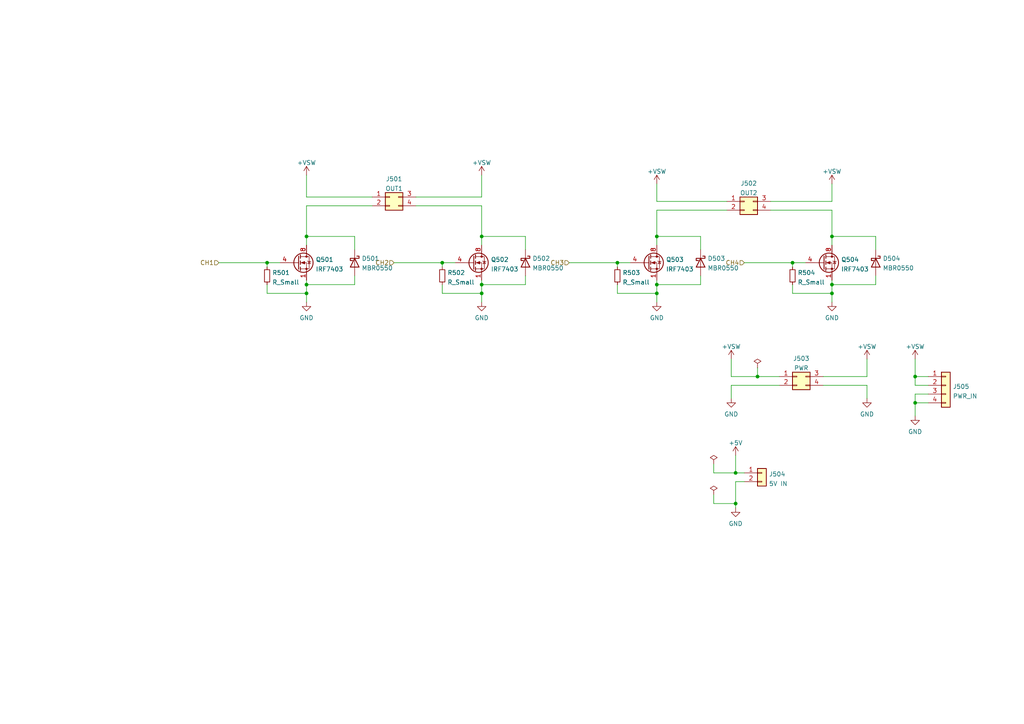
<source format=kicad_sch>
(kicad_sch (version 20211123) (generator eeschema)

  (uuid 1bbe7fa2-e10a-4cb3-98a5-a7e176e8b6d4)

  (paper "A4")

  (title_block
    (title "ROV RPI PICO HAT")
    (date "2023-01-14")
    (rev "1")
    (company "Findersee")
  )

  (lib_symbols
    (symbol "Connector_Generic:Conn_01x02" (pin_names (offset 1.016) hide) (in_bom yes) (on_board yes)
      (property "Reference" "J" (id 0) (at 0 2.54 0)
        (effects (font (size 1.27 1.27)))
      )
      (property "Value" "Conn_01x02" (id 1) (at 0 -5.08 0)
        (effects (font (size 1.27 1.27)))
      )
      (property "Footprint" "" (id 2) (at 0 0 0)
        (effects (font (size 1.27 1.27)) hide)
      )
      (property "Datasheet" "~" (id 3) (at 0 0 0)
        (effects (font (size 1.27 1.27)) hide)
      )
      (property "ki_keywords" "connector" (id 4) (at 0 0 0)
        (effects (font (size 1.27 1.27)) hide)
      )
      (property "ki_description" "Generic connector, single row, 01x02, script generated (kicad-library-utils/schlib/autogen/connector/)" (id 5) (at 0 0 0)
        (effects (font (size 1.27 1.27)) hide)
      )
      (property "ki_fp_filters" "Connector*:*_1x??_*" (id 6) (at 0 0 0)
        (effects (font (size 1.27 1.27)) hide)
      )
      (symbol "Conn_01x02_1_1"
        (rectangle (start -1.27 -2.413) (end 0 -2.667)
          (stroke (width 0.1524) (type default) (color 0 0 0 0))
          (fill (type none))
        )
        (rectangle (start -1.27 0.127) (end 0 -0.127)
          (stroke (width 0.1524) (type default) (color 0 0 0 0))
          (fill (type none))
        )
        (rectangle (start -1.27 1.27) (end 1.27 -3.81)
          (stroke (width 0.254) (type default) (color 0 0 0 0))
          (fill (type background))
        )
        (pin passive line (at -5.08 0 0) (length 3.81)
          (name "Pin_1" (effects (font (size 1.27 1.27))))
          (number "1" (effects (font (size 1.27 1.27))))
        )
        (pin passive line (at -5.08 -2.54 0) (length 3.81)
          (name "Pin_2" (effects (font (size 1.27 1.27))))
          (number "2" (effects (font (size 1.27 1.27))))
        )
      )
    )
    (symbol "Connector_Generic:Conn_01x04" (pin_names (offset 1.016) hide) (in_bom yes) (on_board yes)
      (property "Reference" "J" (id 0) (at 0 5.08 0)
        (effects (font (size 1.27 1.27)))
      )
      (property "Value" "Conn_01x04" (id 1) (at 0 -7.62 0)
        (effects (font (size 1.27 1.27)))
      )
      (property "Footprint" "" (id 2) (at 0 0 0)
        (effects (font (size 1.27 1.27)) hide)
      )
      (property "Datasheet" "~" (id 3) (at 0 0 0)
        (effects (font (size 1.27 1.27)) hide)
      )
      (property "ki_keywords" "connector" (id 4) (at 0 0 0)
        (effects (font (size 1.27 1.27)) hide)
      )
      (property "ki_description" "Generic connector, single row, 01x04, script generated (kicad-library-utils/schlib/autogen/connector/)" (id 5) (at 0 0 0)
        (effects (font (size 1.27 1.27)) hide)
      )
      (property "ki_fp_filters" "Connector*:*_1x??_*" (id 6) (at 0 0 0)
        (effects (font (size 1.27 1.27)) hide)
      )
      (symbol "Conn_01x04_1_1"
        (rectangle (start -1.27 -4.953) (end 0 -5.207)
          (stroke (width 0.1524) (type default) (color 0 0 0 0))
          (fill (type none))
        )
        (rectangle (start -1.27 -2.413) (end 0 -2.667)
          (stroke (width 0.1524) (type default) (color 0 0 0 0))
          (fill (type none))
        )
        (rectangle (start -1.27 0.127) (end 0 -0.127)
          (stroke (width 0.1524) (type default) (color 0 0 0 0))
          (fill (type none))
        )
        (rectangle (start -1.27 2.667) (end 0 2.413)
          (stroke (width 0.1524) (type default) (color 0 0 0 0))
          (fill (type none))
        )
        (rectangle (start -1.27 3.81) (end 1.27 -6.35)
          (stroke (width 0.254) (type default) (color 0 0 0 0))
          (fill (type background))
        )
        (pin passive line (at -5.08 2.54 0) (length 3.81)
          (name "Pin_1" (effects (font (size 1.27 1.27))))
          (number "1" (effects (font (size 1.27 1.27))))
        )
        (pin passive line (at -5.08 0 0) (length 3.81)
          (name "Pin_2" (effects (font (size 1.27 1.27))))
          (number "2" (effects (font (size 1.27 1.27))))
        )
        (pin passive line (at -5.08 -2.54 0) (length 3.81)
          (name "Pin_3" (effects (font (size 1.27 1.27))))
          (number "3" (effects (font (size 1.27 1.27))))
        )
        (pin passive line (at -5.08 -5.08 0) (length 3.81)
          (name "Pin_4" (effects (font (size 1.27 1.27))))
          (number "4" (effects (font (size 1.27 1.27))))
        )
      )
    )
    (symbol "Connector_Generic:Conn_02x02_Top_Bottom" (pin_names (offset 1.016) hide) (in_bom yes) (on_board yes)
      (property "Reference" "J" (id 0) (at 1.27 2.54 0)
        (effects (font (size 1.27 1.27)))
      )
      (property "Value" "Conn_02x02_Top_Bottom" (id 1) (at 1.27 -5.08 0)
        (effects (font (size 1.27 1.27)))
      )
      (property "Footprint" "" (id 2) (at 0 0 0)
        (effects (font (size 1.27 1.27)) hide)
      )
      (property "Datasheet" "~" (id 3) (at 0 0 0)
        (effects (font (size 1.27 1.27)) hide)
      )
      (property "ki_keywords" "connector" (id 4) (at 0 0 0)
        (effects (font (size 1.27 1.27)) hide)
      )
      (property "ki_description" "Generic connector, double row, 02x02, top/bottom pin numbering scheme (row 1: 1...pins_per_row, row2: pins_per_row+1 ... num_pins), script generated (kicad-library-utils/schlib/autogen/connector/)" (id 5) (at 0 0 0)
        (effects (font (size 1.27 1.27)) hide)
      )
      (property "ki_fp_filters" "Connector*:*_2x??_*" (id 6) (at 0 0 0)
        (effects (font (size 1.27 1.27)) hide)
      )
      (symbol "Conn_02x02_Top_Bottom_1_1"
        (rectangle (start -1.27 -2.413) (end 0 -2.667)
          (stroke (width 0.1524) (type default) (color 0 0 0 0))
          (fill (type none))
        )
        (rectangle (start -1.27 0.127) (end 0 -0.127)
          (stroke (width 0.1524) (type default) (color 0 0 0 0))
          (fill (type none))
        )
        (rectangle (start -1.27 1.27) (end 3.81 -3.81)
          (stroke (width 0.254) (type default) (color 0 0 0 0))
          (fill (type background))
        )
        (rectangle (start 3.81 -2.413) (end 2.54 -2.667)
          (stroke (width 0.1524) (type default) (color 0 0 0 0))
          (fill (type none))
        )
        (rectangle (start 3.81 0.127) (end 2.54 -0.127)
          (stroke (width 0.1524) (type default) (color 0 0 0 0))
          (fill (type none))
        )
        (pin passive line (at -5.08 0 0) (length 3.81)
          (name "Pin_1" (effects (font (size 1.27 1.27))))
          (number "1" (effects (font (size 1.27 1.27))))
        )
        (pin passive line (at -5.08 -2.54 0) (length 3.81)
          (name "Pin_2" (effects (font (size 1.27 1.27))))
          (number "2" (effects (font (size 1.27 1.27))))
        )
        (pin passive line (at 7.62 0 180) (length 3.81)
          (name "Pin_3" (effects (font (size 1.27 1.27))))
          (number "3" (effects (font (size 1.27 1.27))))
        )
        (pin passive line (at 7.62 -2.54 180) (length 3.81)
          (name "Pin_4" (effects (font (size 1.27 1.27))))
          (number "4" (effects (font (size 1.27 1.27))))
        )
      )
    )
    (symbol "Device:R_Small" (pin_numbers hide) (pin_names (offset 0.254) hide) (in_bom yes) (on_board yes)
      (property "Reference" "R" (id 0) (at 0.762 0.508 0)
        (effects (font (size 1.27 1.27)) (justify left))
      )
      (property "Value" "R_Small" (id 1) (at 0.762 -1.016 0)
        (effects (font (size 1.27 1.27)) (justify left))
      )
      (property "Footprint" "" (id 2) (at 0 0 0)
        (effects (font (size 1.27 1.27)) hide)
      )
      (property "Datasheet" "~" (id 3) (at 0 0 0)
        (effects (font (size 1.27 1.27)) hide)
      )
      (property "ki_keywords" "R resistor" (id 4) (at 0 0 0)
        (effects (font (size 1.27 1.27)) hide)
      )
      (property "ki_description" "Resistor, small symbol" (id 5) (at 0 0 0)
        (effects (font (size 1.27 1.27)) hide)
      )
      (property "ki_fp_filters" "R_*" (id 6) (at 0 0 0)
        (effects (font (size 1.27 1.27)) hide)
      )
      (symbol "R_Small_0_1"
        (rectangle (start -0.762 1.778) (end 0.762 -1.778)
          (stroke (width 0.2032) (type default) (color 0 0 0 0))
          (fill (type none))
        )
      )
      (symbol "R_Small_1_1"
        (pin passive line (at 0 2.54 270) (length 0.762)
          (name "~" (effects (font (size 1.27 1.27))))
          (number "1" (effects (font (size 1.27 1.27))))
        )
        (pin passive line (at 0 -2.54 90) (length 0.762)
          (name "~" (effects (font (size 1.27 1.27))))
          (number "2" (effects (font (size 1.27 1.27))))
        )
      )
    )
    (symbol "Diode:MBR0550" (pin_numbers hide) (pin_names (offset 1.016) hide) (in_bom yes) (on_board yes)
      (property "Reference" "D" (id 0) (at 0 2.54 0)
        (effects (font (size 1.27 1.27)))
      )
      (property "Value" "MBR0550" (id 1) (at 0 -2.54 0)
        (effects (font (size 1.27 1.27)))
      )
      (property "Footprint" "Diode_SMD:D_SOD-123" (id 2) (at 0 -4.445 0)
        (effects (font (size 1.27 1.27)) hide)
      )
      (property "Datasheet" "http://www.mccsemi.com/up_pdf/MBR0520~MBR0580(SOD123).pdf" (id 3) (at 0 0 0)
        (effects (font (size 1.27 1.27)) hide)
      )
      (property "ki_keywords" "diode Schottky" (id 4) (at 0 0 0)
        (effects (font (size 1.27 1.27)) hide)
      )
      (property "ki_description" "50V 0.5A Schottky Power Rectifier Diode, SOD-123" (id 5) (at 0 0 0)
        (effects (font (size 1.27 1.27)) hide)
      )
      (property "ki_fp_filters" "D*SOD?123*" (id 6) (at 0 0 0)
        (effects (font (size 1.27 1.27)) hide)
      )
      (symbol "MBR0550_0_1"
        (polyline
          (pts
            (xy 1.27 0)
            (xy -1.27 0)
          )
          (stroke (width 0) (type default) (color 0 0 0 0))
          (fill (type none))
        )
        (polyline
          (pts
            (xy 1.27 1.27)
            (xy 1.27 -1.27)
            (xy -1.27 0)
            (xy 1.27 1.27)
          )
          (stroke (width 0.254) (type default) (color 0 0 0 0))
          (fill (type none))
        )
        (polyline
          (pts
            (xy -1.905 0.635)
            (xy -1.905 1.27)
            (xy -1.27 1.27)
            (xy -1.27 -1.27)
            (xy -0.635 -1.27)
            (xy -0.635 -0.635)
          )
          (stroke (width 0.254) (type default) (color 0 0 0 0))
          (fill (type none))
        )
      )
      (symbol "MBR0550_1_1"
        (pin passive line (at -3.81 0 0) (length 2.54)
          (name "K" (effects (font (size 1.27 1.27))))
          (number "1" (effects (font (size 1.27 1.27))))
        )
        (pin passive line (at 3.81 0 180) (length 2.54)
          (name "A" (effects (font (size 1.27 1.27))))
          (number "2" (effects (font (size 1.27 1.27))))
        )
      )
    )
    (symbol "Transistor_FET:IRF7403" (pin_names hide) (in_bom yes) (on_board yes)
      (property "Reference" "Q" (id 0) (at 5.08 2.54 0)
        (effects (font (size 1.27 1.27)) (justify left))
      )
      (property "Value" "IRF7403" (id 1) (at 5.08 0 0)
        (effects (font (size 1.27 1.27)) (justify left))
      )
      (property "Footprint" "Package_SO:SOIC-8_3.9x4.9mm_P1.27mm" (id 2) (at 5.08 -2.54 0)
        (effects (font (size 1.27 1.27)) (justify left) hide)
      )
      (property "Datasheet" "https://www.infineon.com/dgdl/irf7403pbf.pdf?fileId=5546d462533600a4015355fa23541b9c" (id 3) (at 0 0 0)
        (effects (font (size 1.27 1.27)) (justify left) hide)
      )
      (property "ki_keywords" "N-Channel MOSFET" (id 4) (at 0 0 0)
        (effects (font (size 1.27 1.27)) hide)
      )
      (property "ki_description" "9.7A Id, 30V Vds, N-Channel HEXFET Power MOSFET, SO-8" (id 5) (at 0 0 0)
        (effects (font (size 1.27 1.27)) hide)
      )
      (property "ki_fp_filters" "SOIC*3.9x4.9mm*P1.27mm*" (id 6) (at 0 0 0)
        (effects (font (size 1.27 1.27)) hide)
      )
      (symbol "IRF7403_0_1"
        (polyline
          (pts
            (xy 0.254 0)
            (xy -2.54 0)
          )
          (stroke (width 0) (type default) (color 0 0 0 0))
          (fill (type none))
        )
        (polyline
          (pts
            (xy 0.254 1.905)
            (xy 0.254 -1.905)
          )
          (stroke (width 0.254) (type default) (color 0 0 0 0))
          (fill (type none))
        )
        (polyline
          (pts
            (xy 0.762 -1.27)
            (xy 0.762 -2.286)
          )
          (stroke (width 0.254) (type default) (color 0 0 0 0))
          (fill (type none))
        )
        (polyline
          (pts
            (xy 0.762 0.508)
            (xy 0.762 -0.508)
          )
          (stroke (width 0.254) (type default) (color 0 0 0 0))
          (fill (type none))
        )
        (polyline
          (pts
            (xy 0.762 2.286)
            (xy 0.762 1.27)
          )
          (stroke (width 0.254) (type default) (color 0 0 0 0))
          (fill (type none))
        )
        (polyline
          (pts
            (xy 2.54 2.54)
            (xy 2.54 1.778)
          )
          (stroke (width 0) (type default) (color 0 0 0 0))
          (fill (type none))
        )
        (polyline
          (pts
            (xy 2.54 -2.54)
            (xy 2.54 0)
            (xy 0.762 0)
          )
          (stroke (width 0) (type default) (color 0 0 0 0))
          (fill (type none))
        )
        (polyline
          (pts
            (xy 0.762 -1.778)
            (xy 3.302 -1.778)
            (xy 3.302 1.778)
            (xy 0.762 1.778)
          )
          (stroke (width 0) (type default) (color 0 0 0 0))
          (fill (type none))
        )
        (polyline
          (pts
            (xy 1.016 0)
            (xy 2.032 0.381)
            (xy 2.032 -0.381)
            (xy 1.016 0)
          )
          (stroke (width 0) (type default) (color 0 0 0 0))
          (fill (type outline))
        )
        (polyline
          (pts
            (xy 2.794 0.508)
            (xy 2.921 0.381)
            (xy 3.683 0.381)
            (xy 3.81 0.254)
          )
          (stroke (width 0) (type default) (color 0 0 0 0))
          (fill (type none))
        )
        (polyline
          (pts
            (xy 3.302 0.381)
            (xy 2.921 -0.254)
            (xy 3.683 -0.254)
            (xy 3.302 0.381)
          )
          (stroke (width 0) (type default) (color 0 0 0 0))
          (fill (type none))
        )
        (circle (center 1.651 0) (radius 2.794)
          (stroke (width 0.254) (type default) (color 0 0 0 0))
          (fill (type none))
        )
        (circle (center 2.54 -1.778) (radius 0.254)
          (stroke (width 0) (type default) (color 0 0 0 0))
          (fill (type outline))
        )
        (circle (center 2.54 1.778) (radius 0.254)
          (stroke (width 0) (type default) (color 0 0 0 0))
          (fill (type outline))
        )
      )
      (symbol "IRF7403_1_1"
        (pin passive line (at 2.54 -5.08 90) (length 2.54)
          (name "S" (effects (font (size 1.27 1.27))))
          (number "1" (effects (font (size 1.27 1.27))))
        )
        (pin passive line (at 2.54 -5.08 90) (length 2.54) hide
          (name "S" (effects (font (size 1.27 1.27))))
          (number "2" (effects (font (size 1.27 1.27))))
        )
        (pin passive line (at 2.54 -5.08 90) (length 2.54) hide
          (name "S" (effects (font (size 1.27 1.27))))
          (number "3" (effects (font (size 1.27 1.27))))
        )
        (pin input line (at -5.08 0 0) (length 2.54)
          (name "G" (effects (font (size 1.27 1.27))))
          (number "4" (effects (font (size 1.27 1.27))))
        )
        (pin passive line (at 2.54 5.08 270) (length 2.54) hide
          (name "D" (effects (font (size 1.27 1.27))))
          (number "5" (effects (font (size 1.27 1.27))))
        )
        (pin passive line (at 2.54 5.08 270) (length 2.54) hide
          (name "D" (effects (font (size 1.27 1.27))))
          (number "6" (effects (font (size 1.27 1.27))))
        )
        (pin passive line (at 2.54 5.08 270) (length 2.54) hide
          (name "D" (effects (font (size 1.27 1.27))))
          (number "7" (effects (font (size 1.27 1.27))))
        )
        (pin passive line (at 2.54 5.08 270) (length 2.54)
          (name "D" (effects (font (size 1.27 1.27))))
          (number "8" (effects (font (size 1.27 1.27))))
        )
      )
    )
    (symbol "power:+5V" (power) (pin_names (offset 0)) (in_bom yes) (on_board yes)
      (property "Reference" "#PWR" (id 0) (at 0 -3.81 0)
        (effects (font (size 1.27 1.27)) hide)
      )
      (property "Value" "+5V" (id 1) (at 0 3.556 0)
        (effects (font (size 1.27 1.27)))
      )
      (property "Footprint" "" (id 2) (at 0 0 0)
        (effects (font (size 1.27 1.27)) hide)
      )
      (property "Datasheet" "" (id 3) (at 0 0 0)
        (effects (font (size 1.27 1.27)) hide)
      )
      (property "ki_keywords" "power-flag" (id 4) (at 0 0 0)
        (effects (font (size 1.27 1.27)) hide)
      )
      (property "ki_description" "Power symbol creates a global label with name \"+5V\"" (id 5) (at 0 0 0)
        (effects (font (size 1.27 1.27)) hide)
      )
      (symbol "+5V_0_1"
        (polyline
          (pts
            (xy -0.762 1.27)
            (xy 0 2.54)
          )
          (stroke (width 0) (type default) (color 0 0 0 0))
          (fill (type none))
        )
        (polyline
          (pts
            (xy 0 0)
            (xy 0 2.54)
          )
          (stroke (width 0) (type default) (color 0 0 0 0))
          (fill (type none))
        )
        (polyline
          (pts
            (xy 0 2.54)
            (xy 0.762 1.27)
          )
          (stroke (width 0) (type default) (color 0 0 0 0))
          (fill (type none))
        )
      )
      (symbol "+5V_1_1"
        (pin power_in line (at 0 0 90) (length 0) hide
          (name "+5V" (effects (font (size 1.27 1.27))))
          (number "1" (effects (font (size 1.27 1.27))))
        )
      )
    )
    (symbol "power:+VSW" (power) (pin_names (offset 0)) (in_bom yes) (on_board yes)
      (property "Reference" "#PWR" (id 0) (at 0 -3.81 0)
        (effects (font (size 1.27 1.27)) hide)
      )
      (property "Value" "+VSW" (id 1) (at 0 3.556 0)
        (effects (font (size 1.27 1.27)))
      )
      (property "Footprint" "" (id 2) (at 0 0 0)
        (effects (font (size 1.27 1.27)) hide)
      )
      (property "Datasheet" "" (id 3) (at 0 0 0)
        (effects (font (size 1.27 1.27)) hide)
      )
      (property "ki_keywords" "power-flag" (id 4) (at 0 0 0)
        (effects (font (size 1.27 1.27)) hide)
      )
      (property "ki_description" "Power symbol creates a global label with name \"+VSW\"" (id 5) (at 0 0 0)
        (effects (font (size 1.27 1.27)) hide)
      )
      (symbol "+VSW_0_1"
        (polyline
          (pts
            (xy -0.762 1.27)
            (xy 0 2.54)
          )
          (stroke (width 0) (type default) (color 0 0 0 0))
          (fill (type none))
        )
        (polyline
          (pts
            (xy 0 0)
            (xy 0 2.54)
          )
          (stroke (width 0) (type default) (color 0 0 0 0))
          (fill (type none))
        )
        (polyline
          (pts
            (xy 0 2.54)
            (xy 0.762 1.27)
          )
          (stroke (width 0) (type default) (color 0 0 0 0))
          (fill (type none))
        )
      )
      (symbol "+VSW_1_1"
        (pin power_in line (at 0 0 90) (length 0) hide
          (name "+VSW" (effects (font (size 1.27 1.27))))
          (number "1" (effects (font (size 1.27 1.27))))
        )
      )
    )
    (symbol "power:GND" (power) (pin_names (offset 0)) (in_bom yes) (on_board yes)
      (property "Reference" "#PWR" (id 0) (at 0 -6.35 0)
        (effects (font (size 1.27 1.27)) hide)
      )
      (property "Value" "GND" (id 1) (at 0 -3.81 0)
        (effects (font (size 1.27 1.27)))
      )
      (property "Footprint" "" (id 2) (at 0 0 0)
        (effects (font (size 1.27 1.27)) hide)
      )
      (property "Datasheet" "" (id 3) (at 0 0 0)
        (effects (font (size 1.27 1.27)) hide)
      )
      (property "ki_keywords" "power-flag" (id 4) (at 0 0 0)
        (effects (font (size 1.27 1.27)) hide)
      )
      (property "ki_description" "Power symbol creates a global label with name \"GND\" , ground" (id 5) (at 0 0 0)
        (effects (font (size 1.27 1.27)) hide)
      )
      (symbol "GND_0_1"
        (polyline
          (pts
            (xy 0 0)
            (xy 0 -1.27)
            (xy 1.27 -1.27)
            (xy 0 -2.54)
            (xy -1.27 -1.27)
            (xy 0 -1.27)
          )
          (stroke (width 0) (type default) (color 0 0 0 0))
          (fill (type none))
        )
      )
      (symbol "GND_1_1"
        (pin power_in line (at 0 0 270) (length 0) hide
          (name "GND" (effects (font (size 1.27 1.27))))
          (number "1" (effects (font (size 1.27 1.27))))
        )
      )
    )
    (symbol "power:PWR_FLAG" (power) (pin_numbers hide) (pin_names (offset 0) hide) (in_bom yes) (on_board yes)
      (property "Reference" "#FLG" (id 0) (at 0 1.905 0)
        (effects (font (size 1.27 1.27)) hide)
      )
      (property "Value" "PWR_FLAG" (id 1) (at 0 3.81 0)
        (effects (font (size 1.27 1.27)))
      )
      (property "Footprint" "" (id 2) (at 0 0 0)
        (effects (font (size 1.27 1.27)) hide)
      )
      (property "Datasheet" "~" (id 3) (at 0 0 0)
        (effects (font (size 1.27 1.27)) hide)
      )
      (property "ki_keywords" "power-flag" (id 4) (at 0 0 0)
        (effects (font (size 1.27 1.27)) hide)
      )
      (property "ki_description" "Special symbol for telling ERC where power comes from" (id 5) (at 0 0 0)
        (effects (font (size 1.27 1.27)) hide)
      )
      (symbol "PWR_FLAG_0_0"
        (pin power_out line (at 0 0 90) (length 0)
          (name "pwr" (effects (font (size 1.27 1.27))))
          (number "1" (effects (font (size 1.27 1.27))))
        )
      )
      (symbol "PWR_FLAG_0_1"
        (polyline
          (pts
            (xy 0 0)
            (xy 0 1.27)
            (xy -1.016 1.905)
            (xy 0 2.54)
            (xy 1.016 1.905)
            (xy 0 1.27)
          )
          (stroke (width 0) (type default) (color 0 0 0 0))
          (fill (type none))
        )
      )
    )
  )

  (junction (at 241.3 68.58) (diameter 0) (color 0 0 0 0)
    (uuid 03593f19-5570-4700-a6fc-afccfe8707d5)
  )
  (junction (at 190.5 85.09) (diameter 0) (color 0 0 0 0)
    (uuid 09e4ee19-9949-435c-b10b-4317bd02a7c5)
  )
  (junction (at 139.7 85.09) (diameter 0) (color 0 0 0 0)
    (uuid 0cd17618-d661-4aa6-ac05-ab8d00a2d62c)
  )
  (junction (at 88.9 82.55) (diameter 0) (color 0 0 0 0)
    (uuid 12827a74-57a4-42ac-90ef-eb30a99dd2e5)
  )
  (junction (at 190.5 68.58) (diameter 0) (color 0 0 0 0)
    (uuid 25989799-6496-4c2a-9f86-f0e1e0916e63)
  )
  (junction (at 128.27 76.2) (diameter 0) (color 0 0 0 0)
    (uuid 2728fb3a-0490-47ac-a462-1794668de437)
  )
  (junction (at 241.3 82.55) (diameter 0) (color 0 0 0 0)
    (uuid 4df56c8b-25a5-4126-8166-df335c02d879)
  )
  (junction (at 179.07 76.2) (diameter 0) (color 0 0 0 0)
    (uuid 66af5599-0e52-48b9-beb9-2ec9fd016391)
  )
  (junction (at 213.36 146.05) (diameter 0) (color 0 0 0 0)
    (uuid 74659ce6-be43-4880-a49e-1f197a963453)
  )
  (junction (at 88.9 68.58) (diameter 0) (color 0 0 0 0)
    (uuid 799fec8c-a4b9-49c3-8907-e99e4af365a9)
  )
  (junction (at 265.43 116.84) (diameter 0) (color 0 0 0 0)
    (uuid 7ffc660a-2dbd-4446-95d5-1e1493516b80)
  )
  (junction (at 241.3 85.09) (diameter 0) (color 0 0 0 0)
    (uuid 8057f667-04da-4b8a-a24b-51a7654c4b19)
  )
  (junction (at 213.36 137.16) (diameter 0) (color 0 0 0 0)
    (uuid 909fa8b5-4865-4d6b-bfe5-ef17b41ed035)
  )
  (junction (at 190.5 82.55) (diameter 0) (color 0 0 0 0)
    (uuid a8efa82f-79b4-42a1-abdf-240af243adf6)
  )
  (junction (at 265.43 109.22) (diameter 0) (color 0 0 0 0)
    (uuid bd9bbbdd-124c-4943-a385-9fb843871d12)
  )
  (junction (at 139.7 82.55) (diameter 0) (color 0 0 0 0)
    (uuid c97c9739-9a1c-47ac-954c-28d6d7b353d4)
  )
  (junction (at 219.71 109.22) (diameter 0) (color 0 0 0 0)
    (uuid c9bd58bf-b369-445b-8753-848600c1fbc3)
  )
  (junction (at 77.47 76.2) (diameter 0) (color 0 0 0 0)
    (uuid e0bdc46a-d77f-4b05-87e0-85ed85f847e2)
  )
  (junction (at 229.87 76.2) (diameter 0) (color 0 0 0 0)
    (uuid e4e11e86-b278-4f2b-b947-fce355a5625d)
  )
  (junction (at 88.9 85.09) (diameter 0) (color 0 0 0 0)
    (uuid f258bc27-0578-41cb-a831-323a4d2c7002)
  )
  (junction (at 139.7 68.58) (diameter 0) (color 0 0 0 0)
    (uuid f37ddb53-5922-4fdf-b445-e61cd3702d46)
  )

  (wire (pts (xy 77.47 76.2) (xy 77.47 77.47))
    (stroke (width 0) (type default) (color 0 0 0 0))
    (uuid 01bed415-3063-4c02-b869-ff6c3e4ff9e2)
  )
  (wire (pts (xy 254 82.55) (xy 241.3 82.55))
    (stroke (width 0) (type default) (color 0 0 0 0))
    (uuid 04f2e26f-5c63-4ec2-ac3e-3302b942de6d)
  )
  (wire (pts (xy 265.43 111.76) (xy 265.43 109.22))
    (stroke (width 0) (type default) (color 0 0 0 0))
    (uuid 0a42110b-bad8-4e28-8bc6-4be3d97f1eab)
  )
  (wire (pts (xy 190.5 85.09) (xy 190.5 82.55))
    (stroke (width 0) (type default) (color 0 0 0 0))
    (uuid 0a5d90c7-f4c1-4bfa-a979-9ccfd535e9a1)
  )
  (wire (pts (xy 190.5 58.42) (xy 210.82 58.42))
    (stroke (width 0) (type default) (color 0 0 0 0))
    (uuid 0bb8e3cb-fb62-410b-9ea6-e12610a17a04)
  )
  (wire (pts (xy 102.87 68.58) (xy 102.87 72.39))
    (stroke (width 0) (type default) (color 0 0 0 0))
    (uuid 0c7f3068-d7bd-4edc-bafd-a387dbfe8fb4)
  )
  (wire (pts (xy 251.46 104.14) (xy 251.46 109.22))
    (stroke (width 0) (type default) (color 0 0 0 0))
    (uuid 0d60225c-1cfa-4f3a-9945-03fe56c22d87)
  )
  (wire (pts (xy 179.07 76.2) (xy 182.88 76.2))
    (stroke (width 0) (type default) (color 0 0 0 0))
    (uuid 0d9c7b6d-3739-4834-ada0-ddbc8ea85b5b)
  )
  (wire (pts (xy 213.36 139.7) (xy 213.36 146.05))
    (stroke (width 0) (type default) (color 0 0 0 0))
    (uuid 1250f513-c1fe-42ae-9cb0-9210afb62d20)
  )
  (wire (pts (xy 190.5 82.55) (xy 190.5 81.28))
    (stroke (width 0) (type default) (color 0 0 0 0))
    (uuid 129dbfb3-87d3-4989-9b99-2f3715fc4ca9)
  )
  (wire (pts (xy 152.4 72.39) (xy 152.4 68.58))
    (stroke (width 0) (type default) (color 0 0 0 0))
    (uuid 1750353a-587f-4ad3-8700-ae59da387eb9)
  )
  (wire (pts (xy 269.24 116.84) (xy 265.43 116.84))
    (stroke (width 0) (type default) (color 0 0 0 0))
    (uuid 1926c646-a448-471e-8d1b-020d75557421)
  )
  (wire (pts (xy 207.01 143.51) (xy 207.01 146.05))
    (stroke (width 0) (type default) (color 0 0 0 0))
    (uuid 195f16e3-00ba-4a5f-9fdb-0d85b50069d0)
  )
  (wire (pts (xy 107.95 59.69) (xy 88.9 59.69))
    (stroke (width 0) (type default) (color 0 0 0 0))
    (uuid 19f7afc9-3334-4375-88f1-d971de85a689)
  )
  (wire (pts (xy 215.9 76.2) (xy 229.87 76.2))
    (stroke (width 0) (type default) (color 0 0 0 0))
    (uuid 1a7e7e7c-ecf3-4172-9571-204fcd1ec245)
  )
  (wire (pts (xy 190.5 53.34) (xy 190.5 58.42))
    (stroke (width 0) (type default) (color 0 0 0 0))
    (uuid 1f481684-0a48-4ecd-94e0-9159a44f30dc)
  )
  (wire (pts (xy 241.3 68.58) (xy 241.3 71.12))
    (stroke (width 0) (type default) (color 0 0 0 0))
    (uuid 22199357-8160-4ba9-8a52-c15026012d6c)
  )
  (wire (pts (xy 88.9 68.58) (xy 102.87 68.58))
    (stroke (width 0) (type default) (color 0 0 0 0))
    (uuid 27477966-69c3-4f44-adcc-e25c8b4658ce)
  )
  (wire (pts (xy 190.5 85.09) (xy 190.5 87.63))
    (stroke (width 0) (type default) (color 0 0 0 0))
    (uuid 27ce3114-eaba-4fd7-a729-32fae011e9df)
  )
  (wire (pts (xy 190.5 60.96) (xy 210.82 60.96))
    (stroke (width 0) (type default) (color 0 0 0 0))
    (uuid 2e2f270d-40c0-458a-a7e8-ed6c2223a0f6)
  )
  (wire (pts (xy 190.5 68.58) (xy 190.5 71.12))
    (stroke (width 0) (type default) (color 0 0 0 0))
    (uuid 31761123-9181-44a0-8c71-61809245c52d)
  )
  (wire (pts (xy 120.65 59.69) (xy 139.7 59.69))
    (stroke (width 0) (type default) (color 0 0 0 0))
    (uuid 37c777d2-af91-47f6-a159-52e5ceef6991)
  )
  (wire (pts (xy 213.36 132.08) (xy 213.36 137.16))
    (stroke (width 0) (type default) (color 0 0 0 0))
    (uuid 39258b4d-d10c-4fc3-8f6f-cdd709a33c61)
  )
  (wire (pts (xy 88.9 59.69) (xy 88.9 68.58))
    (stroke (width 0) (type default) (color 0 0 0 0))
    (uuid 39ac9b16-695d-4044-beff-ba1c1ddd1b0e)
  )
  (wire (pts (xy 241.3 85.09) (xy 241.3 82.55))
    (stroke (width 0) (type default) (color 0 0 0 0))
    (uuid 3defee5f-f52e-4627-9d00-519ec5842c1e)
  )
  (wire (pts (xy 219.71 109.22) (xy 226.06 109.22))
    (stroke (width 0) (type default) (color 0 0 0 0))
    (uuid 42531455-25d1-4f89-bede-37224382ba5a)
  )
  (wire (pts (xy 114.3 76.2) (xy 128.27 76.2))
    (stroke (width 0) (type default) (color 0 0 0 0))
    (uuid 44a20432-d18e-4284-8a95-7cc0c8433185)
  )
  (wire (pts (xy 152.4 80.01) (xy 152.4 82.55))
    (stroke (width 0) (type default) (color 0 0 0 0))
    (uuid 45ea432e-8cf4-4b25-835b-a1b516a12e91)
  )
  (wire (pts (xy 88.9 85.09) (xy 88.9 82.55))
    (stroke (width 0) (type default) (color 0 0 0 0))
    (uuid 46f76692-6409-4adb-a233-9c2993013fea)
  )
  (wire (pts (xy 139.7 82.55) (xy 139.7 81.28))
    (stroke (width 0) (type default) (color 0 0 0 0))
    (uuid 4e4c13d8-0a01-49c9-a795-a1d30ff9efd2)
  )
  (wire (pts (xy 212.09 104.14) (xy 212.09 109.22))
    (stroke (width 0) (type default) (color 0 0 0 0))
    (uuid 4ff80fa4-80aa-4c93-8c56-7862eafbd4a6)
  )
  (wire (pts (xy 241.3 85.09) (xy 241.3 87.63))
    (stroke (width 0) (type default) (color 0 0 0 0))
    (uuid 54f4c464-d7c6-4535-b264-c44d5ecd7b95)
  )
  (wire (pts (xy 139.7 59.69) (xy 139.7 68.58))
    (stroke (width 0) (type default) (color 0 0 0 0))
    (uuid 5bd3c37e-064a-48f5-955e-5fd9664a8a81)
  )
  (wire (pts (xy 128.27 82.55) (xy 128.27 85.09))
    (stroke (width 0) (type default) (color 0 0 0 0))
    (uuid 5e6d3553-ae9a-4bcc-9d57-acf08928eb0a)
  )
  (wire (pts (xy 139.7 85.09) (xy 139.7 87.63))
    (stroke (width 0) (type default) (color 0 0 0 0))
    (uuid 5ed50085-4d83-4321-a3d1-24118b904192)
  )
  (wire (pts (xy 269.24 111.76) (xy 265.43 111.76))
    (stroke (width 0) (type default) (color 0 0 0 0))
    (uuid 5f98a605-b5d7-40b3-9cb2-950109e6a04f)
  )
  (wire (pts (xy 265.43 114.3) (xy 269.24 114.3))
    (stroke (width 0) (type default) (color 0 0 0 0))
    (uuid 66065dfd-fb90-4fc7-a99c-1d47fa67bca7)
  )
  (wire (pts (xy 152.4 82.55) (xy 139.7 82.55))
    (stroke (width 0) (type default) (color 0 0 0 0))
    (uuid 6699bb4c-e4d5-435e-9693-9c0516d322ad)
  )
  (wire (pts (xy 77.47 76.2) (xy 81.28 76.2))
    (stroke (width 0) (type default) (color 0 0 0 0))
    (uuid 67fac13a-1ceb-4c4a-ac44-05d1b2fca7e8)
  )
  (wire (pts (xy 215.9 137.16) (xy 213.36 137.16))
    (stroke (width 0) (type default) (color 0 0 0 0))
    (uuid 6855514d-1669-4ca2-8a5e-d3e6aba928b0)
  )
  (wire (pts (xy 88.9 82.55) (xy 88.9 81.28))
    (stroke (width 0) (type default) (color 0 0 0 0))
    (uuid 689e8e0a-7395-40c8-9a70-e2a038c22c49)
  )
  (wire (pts (xy 207.01 137.16) (xy 213.36 137.16))
    (stroke (width 0) (type default) (color 0 0 0 0))
    (uuid 6a29b572-5234-41fb-b79d-dccb2c9961b4)
  )
  (wire (pts (xy 203.2 80.01) (xy 203.2 82.55))
    (stroke (width 0) (type default) (color 0 0 0 0))
    (uuid 6da98e06-f284-4202-976e-43df40954d8d)
  )
  (wire (pts (xy 179.07 85.09) (xy 190.5 85.09))
    (stroke (width 0) (type default) (color 0 0 0 0))
    (uuid 75f57de4-b6aa-4d36-aa15-37157e18902d)
  )
  (wire (pts (xy 63.5 76.2) (xy 77.47 76.2))
    (stroke (width 0) (type default) (color 0 0 0 0))
    (uuid 76cc7ad1-9a60-4f5c-b9e7-a1c948c3e9e9)
  )
  (wire (pts (xy 241.3 60.96) (xy 241.3 68.58))
    (stroke (width 0) (type default) (color 0 0 0 0))
    (uuid 7a334b40-7485-4302-b898-a8c9efb2c85a)
  )
  (wire (pts (xy 139.7 85.09) (xy 139.7 82.55))
    (stroke (width 0) (type default) (color 0 0 0 0))
    (uuid 7afd8d1b-14d3-4333-868a-224245605abb)
  )
  (wire (pts (xy 212.09 111.76) (xy 212.09 115.57))
    (stroke (width 0) (type default) (color 0 0 0 0))
    (uuid 7b777e11-62c6-41a9-aea1-6792cb1ba6c6)
  )
  (wire (pts (xy 139.7 50.8) (xy 139.7 57.15))
    (stroke (width 0) (type default) (color 0 0 0 0))
    (uuid 81323286-0cc1-404d-aea2-aadabd68b7f0)
  )
  (wire (pts (xy 223.52 60.96) (xy 241.3 60.96))
    (stroke (width 0) (type default) (color 0 0 0 0))
    (uuid 8142733c-b3ad-4e0b-b832-b996ab69feb5)
  )
  (wire (pts (xy 203.2 68.58) (xy 190.5 68.58))
    (stroke (width 0) (type default) (color 0 0 0 0))
    (uuid 83644e3d-27d1-439b-823a-fc7ac6b9a7a7)
  )
  (wire (pts (xy 251.46 111.76) (xy 251.46 115.57))
    (stroke (width 0) (type default) (color 0 0 0 0))
    (uuid 88f55e37-6f57-4cbc-84b4-26e7b6d50d27)
  )
  (wire (pts (xy 229.87 85.09) (xy 241.3 85.09))
    (stroke (width 0) (type default) (color 0 0 0 0))
    (uuid 8a53b752-388f-411b-b6a5-7af806ef1b73)
  )
  (wire (pts (xy 212.09 111.76) (xy 226.06 111.76))
    (stroke (width 0) (type default) (color 0 0 0 0))
    (uuid 8a59bb33-4544-46db-ad54-daed2684fcc7)
  )
  (wire (pts (xy 229.87 82.55) (xy 229.87 85.09))
    (stroke (width 0) (type default) (color 0 0 0 0))
    (uuid 8caeba90-07f1-4661-8e3f-3236212d24c2)
  )
  (wire (pts (xy 238.76 111.76) (xy 251.46 111.76))
    (stroke (width 0) (type default) (color 0 0 0 0))
    (uuid 8d346790-d337-4150-adcc-da35fabd7c85)
  )
  (wire (pts (xy 128.27 76.2) (xy 128.27 77.47))
    (stroke (width 0) (type default) (color 0 0 0 0))
    (uuid 8e407865-6691-439e-bbf8-2ae3545b8d06)
  )
  (wire (pts (xy 229.87 76.2) (xy 229.87 77.47))
    (stroke (width 0) (type default) (color 0 0 0 0))
    (uuid 9058609c-ffd6-48ec-841f-9104e087469f)
  )
  (wire (pts (xy 128.27 76.2) (xy 132.08 76.2))
    (stroke (width 0) (type default) (color 0 0 0 0))
    (uuid 97b574c6-740b-4be8-abdd-c2127a41bace)
  )
  (wire (pts (xy 265.43 116.84) (xy 265.43 120.65))
    (stroke (width 0) (type default) (color 0 0 0 0))
    (uuid 99009acb-87a6-4c65-91d0-996001410b42)
  )
  (wire (pts (xy 254 72.39) (xy 254 68.58))
    (stroke (width 0) (type default) (color 0 0 0 0))
    (uuid 9fc837d2-c9b8-44e8-8c64-21837e324d02)
  )
  (wire (pts (xy 229.87 76.2) (xy 233.68 76.2))
    (stroke (width 0) (type default) (color 0 0 0 0))
    (uuid a6952534-1b68-4a13-b715-d86b50bc349a)
  )
  (wire (pts (xy 203.2 72.39) (xy 203.2 68.58))
    (stroke (width 0) (type default) (color 0 0 0 0))
    (uuid a873631d-6fb8-495a-8fde-b6ba4ee57fe9)
  )
  (wire (pts (xy 77.47 82.55) (xy 77.47 85.09))
    (stroke (width 0) (type default) (color 0 0 0 0))
    (uuid b33ce3bb-1da7-4904-8c29-c904cad3aff9)
  )
  (wire (pts (xy 179.07 76.2) (xy 179.07 77.47))
    (stroke (width 0) (type default) (color 0 0 0 0))
    (uuid b7168c89-f22d-418c-a993-abc127e5ecb2)
  )
  (wire (pts (xy 128.27 85.09) (xy 139.7 85.09))
    (stroke (width 0) (type default) (color 0 0 0 0))
    (uuid b80cd232-bb45-44b9-b1bd-0f1b3e9b7598)
  )
  (wire (pts (xy 203.2 82.55) (xy 190.5 82.55))
    (stroke (width 0) (type default) (color 0 0 0 0))
    (uuid bc180eec-3a75-4dbc-8d05-093ce69b14fe)
  )
  (wire (pts (xy 88.9 50.8) (xy 88.9 57.15))
    (stroke (width 0) (type default) (color 0 0 0 0))
    (uuid bc2bf080-4853-454a-a27c-7e5587c0b8c2)
  )
  (wire (pts (xy 152.4 68.58) (xy 139.7 68.58))
    (stroke (width 0) (type default) (color 0 0 0 0))
    (uuid bd34fe5a-39d9-4444-ac3d-cd19125012b9)
  )
  (wire (pts (xy 165.1 76.2) (xy 179.07 76.2))
    (stroke (width 0) (type default) (color 0 0 0 0))
    (uuid bdec33f7-4be1-4332-9cc8-1f8f427a56fc)
  )
  (wire (pts (xy 102.87 80.01) (xy 102.87 82.55))
    (stroke (width 0) (type default) (color 0 0 0 0))
    (uuid c1de4501-e1b6-4942-b001-88ab83f4db7c)
  )
  (wire (pts (xy 88.9 68.58) (xy 88.9 71.12))
    (stroke (width 0) (type default) (color 0 0 0 0))
    (uuid c4172cf6-6254-41bd-a204-b8f4c3d60fd6)
  )
  (wire (pts (xy 265.43 116.84) (xy 265.43 114.3))
    (stroke (width 0) (type default) (color 0 0 0 0))
    (uuid c4b780fa-2154-4b72-aaf0-d00206fc73b9)
  )
  (wire (pts (xy 190.5 60.96) (xy 190.5 68.58))
    (stroke (width 0) (type default) (color 0 0 0 0))
    (uuid cb2f3bcc-fbc3-4a1a-8fbd-2a55bbc35b37)
  )
  (wire (pts (xy 179.07 82.55) (xy 179.07 85.09))
    (stroke (width 0) (type default) (color 0 0 0 0))
    (uuid cc2b76a2-b29f-425c-9168-cde648a748f3)
  )
  (wire (pts (xy 88.9 57.15) (xy 107.95 57.15))
    (stroke (width 0) (type default) (color 0 0 0 0))
    (uuid cd7499e7-92c2-433d-9e15-c02569968080)
  )
  (wire (pts (xy 215.9 139.7) (xy 213.36 139.7))
    (stroke (width 0) (type default) (color 0 0 0 0))
    (uuid d11c6c05-df88-4d0a-bd85-56660c9ca29a)
  )
  (wire (pts (xy 207.01 134.62) (xy 207.01 137.16))
    (stroke (width 0) (type default) (color 0 0 0 0))
    (uuid d26fa336-96ab-4b73-8629-2b91e9aa4fb0)
  )
  (wire (pts (xy 212.09 109.22) (xy 219.71 109.22))
    (stroke (width 0) (type default) (color 0 0 0 0))
    (uuid d7d10d4e-2a71-4ed2-8dbc-993d71ebd28b)
  )
  (wire (pts (xy 238.76 109.22) (xy 251.46 109.22))
    (stroke (width 0) (type default) (color 0 0 0 0))
    (uuid d9ab2705-2e60-4742-abe0-47d9925f19dd)
  )
  (wire (pts (xy 102.87 82.55) (xy 88.9 82.55))
    (stroke (width 0) (type default) (color 0 0 0 0))
    (uuid db478544-8060-43ca-9476-dd90d3bbcf11)
  )
  (wire (pts (xy 254 68.58) (xy 241.3 68.58))
    (stroke (width 0) (type default) (color 0 0 0 0))
    (uuid deef4e76-5e7b-4a52-9273-ec627bd5e402)
  )
  (wire (pts (xy 77.47 85.09) (xy 88.9 85.09))
    (stroke (width 0) (type default) (color 0 0 0 0))
    (uuid e1e3cbd8-3739-4d00-876a-cba417d8fa9d)
  )
  (wire (pts (xy 254 80.01) (xy 254 82.55))
    (stroke (width 0) (type default) (color 0 0 0 0))
    (uuid e504f124-96b8-4a11-b0cd-6fbfbeb8b27b)
  )
  (wire (pts (xy 223.52 58.42) (xy 241.3 58.42))
    (stroke (width 0) (type default) (color 0 0 0 0))
    (uuid e69990c5-f81c-41a4-ac3f-ab65f78e54f6)
  )
  (wire (pts (xy 139.7 68.58) (xy 139.7 71.12))
    (stroke (width 0) (type default) (color 0 0 0 0))
    (uuid e8b0ef86-7136-489d-8600-8d97ef3d2325)
  )
  (wire (pts (xy 207.01 146.05) (xy 213.36 146.05))
    (stroke (width 0) (type default) (color 0 0 0 0))
    (uuid e8f38c3e-a4e8-4c67-ba5f-ce37b4e1642c)
  )
  (wire (pts (xy 265.43 104.14) (xy 265.43 109.22))
    (stroke (width 0) (type default) (color 0 0 0 0))
    (uuid e9980142-6c1c-422f-b246-83942c5a93e4)
  )
  (wire (pts (xy 269.24 109.22) (xy 265.43 109.22))
    (stroke (width 0) (type default) (color 0 0 0 0))
    (uuid ef977821-07a2-4f18-b82c-22e21a9b80d9)
  )
  (wire (pts (xy 241.3 53.34) (xy 241.3 58.42))
    (stroke (width 0) (type default) (color 0 0 0 0))
    (uuid efa6f5cf-ce99-4c1a-8e77-2b2cecbdc4d3)
  )
  (wire (pts (xy 241.3 82.55) (xy 241.3 81.28))
    (stroke (width 0) (type default) (color 0 0 0 0))
    (uuid f071bfb5-e07a-4f59-8d46-49a52b27889f)
  )
  (wire (pts (xy 213.36 146.05) (xy 213.36 147.32))
    (stroke (width 0) (type default) (color 0 0 0 0))
    (uuid f4e82c30-73d8-4bee-aae0-51f46d77d6d5)
  )
  (wire (pts (xy 120.65 57.15) (xy 139.7 57.15))
    (stroke (width 0) (type default) (color 0 0 0 0))
    (uuid fdbc237f-1f96-4533-8b33-723d1c55d138)
  )
  (wire (pts (xy 88.9 85.09) (xy 88.9 87.63))
    (stroke (width 0) (type default) (color 0 0 0 0))
    (uuid fef20a67-1c9a-4073-9759-cffb704a1c52)
  )
  (wire (pts (xy 219.71 106.68) (xy 219.71 109.22))
    (stroke (width 0) (type default) (color 0 0 0 0))
    (uuid ffae4238-4589-413f-b4f4-4f6a9eb25977)
  )

  (hierarchical_label "CH1" (shape input) (at 63.5 76.2 180)
    (effects (font (size 1.27 1.27)) (justify right))
    (uuid 1916b49e-9087-4b8d-8521-0248c0fd1938)
  )
  (hierarchical_label "CH4" (shape input) (at 215.9 76.2 180)
    (effects (font (size 1.27 1.27)) (justify right))
    (uuid 59015a8b-686d-43bb-a049-b6d21c2b9886)
  )
  (hierarchical_label "CH2" (shape input) (at 114.3 76.2 180)
    (effects (font (size 1.27 1.27)) (justify right))
    (uuid ac0c9159-d450-439d-bb01-03faba3125f4)
  )
  (hierarchical_label "CH3" (shape input) (at 165.1 76.2 180)
    (effects (font (size 1.27 1.27)) (justify right))
    (uuid e9b931ac-aa03-441b-9be3-d762688c89f3)
  )

  (symbol (lib_id "power:GND") (at 190.5 87.63 0) (unit 1)
    (in_bom yes) (on_board yes) (fields_autoplaced)
    (uuid 08bf8943-523d-43c5-9f0d-6b807ca3f65b)
    (property "Reference" "#PWR0112" (id 0) (at 190.5 93.98 0)
      (effects (font (size 1.27 1.27)) hide)
    )
    (property "Value" "GND" (id 1) (at 190.5 92.1925 0))
    (property "Footprint" "" (id 2) (at 190.5 87.63 0)
      (effects (font (size 1.27 1.27)) hide)
    )
    (property "Datasheet" "" (id 3) (at 190.5 87.63 0)
      (effects (font (size 1.27 1.27)) hide)
    )
    (pin "1" (uuid 96793a4d-c350-4f67-a4da-72d4bed749b7))
  )

  (symbol (lib_id "Transistor_FET:IRF7403") (at 238.76 76.2 0) (unit 1)
    (in_bom yes) (on_board yes) (fields_autoplaced)
    (uuid 1038bc53-99de-4b70-8cfd-480964829b95)
    (property "Reference" "Q504" (id 0) (at 243.967 75.2915 0)
      (effects (font (size 1.27 1.27)) (justify left))
    )
    (property "Value" "IRF7403" (id 1) (at 243.967 78.0666 0)
      (effects (font (size 1.27 1.27)) (justify left))
    )
    (property "Footprint" "Package_SO:SOIC-8_3.9x4.9mm_P1.27mm" (id 2) (at 243.84 78.74 0)
      (effects (font (size 1.27 1.27)) (justify left) hide)
    )
    (property "Datasheet" "https://www.infineon.com/dgdl/irf7403pbf.pdf?fileId=5546d462533600a4015355fa23541b9c" (id 3) (at 238.76 76.2 0)
      (effects (font (size 1.27 1.27)) (justify left) hide)
    )
    (pin "1" (uuid f3344bad-768f-4031-b296-63d7840125e5))
    (pin "2" (uuid 4c44b69a-6c6a-49ae-a5b8-952bf830ac18))
    (pin "3" (uuid b18b5e91-09bf-4e66-a5c9-45d804ff0159))
    (pin "4" (uuid 933b3c63-ea97-49d6-801d-459d47299262))
    (pin "5" (uuid 7ec9ed82-d1f1-4917-9dbb-0c6c1b0287dd))
    (pin "6" (uuid a331ad19-5dc6-495c-bc5c-9bc67c295183))
    (pin "7" (uuid 05e9d742-3205-4545-9848-4a0e2592cb08))
    (pin "8" (uuid 752fc55c-e76e-432a-bc83-693481fcb78d))
  )

  (symbol (lib_id "power:PWR_FLAG") (at 207.01 134.62 0) (unit 1)
    (in_bom yes) (on_board yes) (fields_autoplaced)
    (uuid 16f162da-8b96-4f73-bec1-c68ccf6536d2)
    (property "Reference" "#FLG0102" (id 0) (at 207.01 132.715 0)
      (effects (font (size 1.27 1.27)) hide)
    )
    (property "Value" "PWR_FLAG" (id 1) (at 207.01 131.0155 0)
      (effects (font (size 1.27 1.27)) hide)
    )
    (property "Footprint" "" (id 2) (at 207.01 134.62 0)
      (effects (font (size 1.27 1.27)) hide)
    )
    (property "Datasheet" "~" (id 3) (at 207.01 134.62 0)
      (effects (font (size 1.27 1.27)) hide)
    )
    (pin "1" (uuid 84353f8e-9f11-4881-8f30-595926266163))
  )

  (symbol (lib_id "Transistor_FET:IRF7403") (at 187.96 76.2 0) (unit 1)
    (in_bom yes) (on_board yes) (fields_autoplaced)
    (uuid 1b93ccbd-d7c1-4b24-920c-d08b82d3acd2)
    (property "Reference" "Q503" (id 0) (at 193.167 75.2915 0)
      (effects (font (size 1.27 1.27)) (justify left))
    )
    (property "Value" "IRF7403" (id 1) (at 193.167 78.0666 0)
      (effects (font (size 1.27 1.27)) (justify left))
    )
    (property "Footprint" "Package_SO:SOIC-8_3.9x4.9mm_P1.27mm" (id 2) (at 193.04 78.74 0)
      (effects (font (size 1.27 1.27)) (justify left) hide)
    )
    (property "Datasheet" "https://www.infineon.com/dgdl/irf7403pbf.pdf?fileId=5546d462533600a4015355fa23541b9c" (id 3) (at 187.96 76.2 0)
      (effects (font (size 1.27 1.27)) (justify left) hide)
    )
    (pin "1" (uuid 86c0e592-4620-4330-9ef5-3f678bacf8c7))
    (pin "2" (uuid a0af5159-a8ab-401d-9e6c-c130d36841f9))
    (pin "3" (uuid 08a74ac8-5bcd-426f-b5da-0fa70ebf8fcd))
    (pin "4" (uuid 6964fd78-d016-4d29-b856-70a03e182a60))
    (pin "5" (uuid 037add00-be79-400f-ac5d-e2d0bb977be3))
    (pin "6" (uuid a5d42194-44b0-4b1f-88a5-d8f53f63dd0c))
    (pin "7" (uuid 21df9cf4-ee37-4eee-9e69-edb257038a26))
    (pin "8" (uuid 5359fec8-b978-4b0d-9f98-9284b5f3e7a7))
  )

  (symbol (lib_id "Diode:MBR0550") (at 203.2 76.2 270) (unit 1)
    (in_bom yes) (on_board yes) (fields_autoplaced)
    (uuid 1d83f8fb-331a-45cf-b7e4-73d15afe4549)
    (property "Reference" "D503" (id 0) (at 205.232 74.974 90)
      (effects (font (size 1.27 1.27)) (justify left))
    )
    (property "Value" "MBR0550" (id 1) (at 205.232 77.7491 90)
      (effects (font (size 1.27 1.27)) (justify left))
    )
    (property "Footprint" "Diode_SMD:D_SOD-123" (id 2) (at 198.755 76.2 0)
      (effects (font (size 1.27 1.27)) hide)
    )
    (property "Datasheet" "http://www.mccsemi.com/up_pdf/MBR0520~MBR0580(SOD123).pdf" (id 3) (at 203.2 76.2 0)
      (effects (font (size 1.27 1.27)) hide)
    )
    (pin "1" (uuid f079dc59-1902-4f60-91a5-aa85c9a137cd))
    (pin "2" (uuid 8f6999f5-dc78-43b0-8fa3-d632446e68d4))
  )

  (symbol (lib_id "Device:R_Small") (at 77.47 80.01 0) (unit 1)
    (in_bom yes) (on_board yes) (fields_autoplaced)
    (uuid 20f0820b-6761-4c84-b80e-935c5d0ce68e)
    (property "Reference" "R501" (id 0) (at 78.9686 79.1015 0)
      (effects (font (size 1.27 1.27)) (justify left))
    )
    (property "Value" "R_Small" (id 1) (at 78.9686 81.8766 0)
      (effects (font (size 1.27 1.27)) (justify left))
    )
    (property "Footprint" "Resistor_SMD:R_0603_1608Metric" (id 2) (at 77.47 80.01 0)
      (effects (font (size 1.27 1.27)) hide)
    )
    (property "Datasheet" "~" (id 3) (at 77.47 80.01 0)
      (effects (font (size 1.27 1.27)) hide)
    )
    (pin "1" (uuid ed0a3cbe-e160-42d0-b2cf-e8f8ec26dbd6))
    (pin "2" (uuid 78d52ef5-6b1a-47e7-8834-b1634a9f6fe5))
  )

  (symbol (lib_id "Connector_Generic:Conn_02x02_Top_Bottom") (at 231.14 109.22 0) (unit 1)
    (in_bom yes) (on_board yes) (fields_autoplaced)
    (uuid 3409ff77-6ba7-4502-9966-0e6290fba3d7)
    (property "Reference" "J503" (id 0) (at 232.41 103.9835 0))
    (property "Value" "PWR" (id 1) (at 232.41 106.7586 0))
    (property "Footprint" "Connector_Phoenix_MC:PhoenixContact_MCV_1,5_4-G-3.5_1x04_P3.50mm_Vertical" (id 2) (at 231.14 109.22 0)
      (effects (font (size 1.27 1.27)) hide)
    )
    (property "Datasheet" "~" (id 3) (at 231.14 109.22 0)
      (effects (font (size 1.27 1.27)) hide)
    )
    (pin "1" (uuid e64c4636-bd2e-4d2c-9fcc-30dec396d243))
    (pin "2" (uuid 32d5b6b7-626b-4bdf-b510-041adfaef36c))
    (pin "3" (uuid cfed4b9e-4a79-4025-9835-cd2ed11be40a))
    (pin "4" (uuid 0e0dfb03-011a-4ba3-b5f9-6005762a38fb))
  )

  (symbol (lib_id "power:+VSW") (at 88.9 50.8 0) (unit 1)
    (in_bom yes) (on_board yes)
    (uuid 48d01efe-2862-46c8-b776-75d3312c329c)
    (property "Reference" "#PWR0117" (id 0) (at 88.9 54.61 0)
      (effects (font (size 1.27 1.27)) hide)
    )
    (property "Value" "+VSW" (id 1) (at 88.9 47.1955 0))
    (property "Footprint" "" (id 2) (at 88.9 50.8 0)
      (effects (font (size 1.27 1.27)) hide)
    )
    (property "Datasheet" "" (id 3) (at 88.9 50.8 0)
      (effects (font (size 1.27 1.27)) hide)
    )
    (pin "1" (uuid 56b8c0c8-8731-4359-86f6-74e866d09a2f))
  )

  (symbol (lib_id "Device:R_Small") (at 128.27 80.01 0) (unit 1)
    (in_bom yes) (on_board yes) (fields_autoplaced)
    (uuid 49ddec2c-a580-4ac0-aa55-c3a34fe49966)
    (property "Reference" "R502" (id 0) (at 129.7686 79.1015 0)
      (effects (font (size 1.27 1.27)) (justify left))
    )
    (property "Value" "R_Small" (id 1) (at 129.7686 81.8766 0)
      (effects (font (size 1.27 1.27)) (justify left))
    )
    (property "Footprint" "Resistor_SMD:R_0603_1608Metric" (id 2) (at 128.27 80.01 0)
      (effects (font (size 1.27 1.27)) hide)
    )
    (property "Datasheet" "~" (id 3) (at 128.27 80.01 0)
      (effects (font (size 1.27 1.27)) hide)
    )
    (pin "1" (uuid 0aa1412b-ccb0-4668-8153-8884a797da0d))
    (pin "2" (uuid 1769019b-3bb1-421b-a378-d14e13bff9ba))
  )

  (symbol (lib_id "Connector_Generic:Conn_02x02_Top_Bottom") (at 113.03 57.15 0) (unit 1)
    (in_bom yes) (on_board yes) (fields_autoplaced)
    (uuid 567954bd-6203-450b-8790-c3b2c2a0f6aa)
    (property "Reference" "J501" (id 0) (at 114.3 51.9135 0))
    (property "Value" "OUT1" (id 1) (at 114.3 54.6886 0))
    (property "Footprint" "Connector_Phoenix_MC:PhoenixContact_MCV_1,5_4-G-3.5_1x04_P3.50mm_Vertical" (id 2) (at 113.03 57.15 0)
      (effects (font (size 1.27 1.27)) hide)
    )
    (property "Datasheet" "~" (id 3) (at 113.03 57.15 0)
      (effects (font (size 1.27 1.27)) hide)
    )
    (pin "1" (uuid 2b9fdf34-82d3-45bd-8d71-b3b851065901))
    (pin "2" (uuid 6325ec69-d7c4-47aa-9f4e-c1692968870d))
    (pin "3" (uuid 241af5d8-faa8-4344-989f-9f3ca2c1551f))
    (pin "4" (uuid 348ab931-4548-4bd2-9f7d-8fb5388353e8))
  )

  (symbol (lib_id "power:GND") (at 88.9 87.63 0) (unit 1)
    (in_bom yes) (on_board yes) (fields_autoplaced)
    (uuid 66e6f6f5-a734-45c2-ab76-2c5989549fee)
    (property "Reference" "#PWR0118" (id 0) (at 88.9 93.98 0)
      (effects (font (size 1.27 1.27)) hide)
    )
    (property "Value" "GND" (id 1) (at 88.9 92.1925 0))
    (property "Footprint" "" (id 2) (at 88.9 87.63 0)
      (effects (font (size 1.27 1.27)) hide)
    )
    (property "Datasheet" "" (id 3) (at 88.9 87.63 0)
      (effects (font (size 1.27 1.27)) hide)
    )
    (pin "1" (uuid a56c73d4-ba07-4226-8fb9-4273e9e55489))
  )

  (symbol (lib_id "Diode:MBR0550") (at 152.4 76.2 270) (unit 1)
    (in_bom yes) (on_board yes) (fields_autoplaced)
    (uuid 6d32de7f-8511-4acc-ae00-a355e28677f8)
    (property "Reference" "D502" (id 0) (at 154.432 74.974 90)
      (effects (font (size 1.27 1.27)) (justify left))
    )
    (property "Value" "MBR0550" (id 1) (at 154.432 77.7491 90)
      (effects (font (size 1.27 1.27)) (justify left))
    )
    (property "Footprint" "Diode_SMD:D_SOD-123" (id 2) (at 147.955 76.2 0)
      (effects (font (size 1.27 1.27)) hide)
    )
    (property "Datasheet" "http://www.mccsemi.com/up_pdf/MBR0520~MBR0580(SOD123).pdf" (id 3) (at 152.4 76.2 0)
      (effects (font (size 1.27 1.27)) hide)
    )
    (pin "1" (uuid 3e52b8be-522d-4642-9f36-96c3d2c6d0e2))
    (pin "2" (uuid e1aff53e-db65-4727-8d6f-96b63dcd16a3))
  )

  (symbol (lib_id "power:GND") (at 265.43 120.65 0) (unit 1)
    (in_bom yes) (on_board yes) (fields_autoplaced)
    (uuid 82485a7b-8104-4c24-8b9e-d0b1a9cd4d80)
    (property "Reference" "#PWR0103" (id 0) (at 265.43 127 0)
      (effects (font (size 1.27 1.27)) hide)
    )
    (property "Value" "GND" (id 1) (at 265.43 125.2125 0))
    (property "Footprint" "" (id 2) (at 265.43 120.65 0)
      (effects (font (size 1.27 1.27)) hide)
    )
    (property "Datasheet" "" (id 3) (at 265.43 120.65 0)
      (effects (font (size 1.27 1.27)) hide)
    )
    (pin "1" (uuid 5299c22f-aa57-4495-8ab2-d82b1eadd5fa))
  )

  (symbol (lib_id "Connector_Generic:Conn_01x02") (at 220.98 137.16 0) (unit 1)
    (in_bom yes) (on_board yes) (fields_autoplaced)
    (uuid 8a19a795-79df-4239-aa69-948cbf817130)
    (property "Reference" "J504" (id 0) (at 223.012 137.5215 0)
      (effects (font (size 1.27 1.27)) (justify left))
    )
    (property "Value" "5V IN" (id 1) (at 223.012 140.2966 0)
      (effects (font (size 1.27 1.27)) (justify left))
    )
    (property "Footprint" "Connector_PinHeader_2.54mm:PinHeader_1x02_P2.54mm_Vertical" (id 2) (at 220.98 137.16 0)
      (effects (font (size 1.27 1.27)) hide)
    )
    (property "Datasheet" "~" (id 3) (at 220.98 137.16 0)
      (effects (font (size 1.27 1.27)) hide)
    )
    (pin "1" (uuid d3ef13f8-6174-44b1-899b-85f4184545d8))
    (pin "2" (uuid edb874d5-5381-4498-a559-edaeb15a52dc))
  )

  (symbol (lib_id "Device:R_Small") (at 229.87 80.01 0) (unit 1)
    (in_bom yes) (on_board yes) (fields_autoplaced)
    (uuid 8d7b5339-809b-4e0c-9482-2f85d433aa69)
    (property "Reference" "R504" (id 0) (at 231.3686 79.1015 0)
      (effects (font (size 1.27 1.27)) (justify left))
    )
    (property "Value" "R_Small" (id 1) (at 231.3686 81.8766 0)
      (effects (font (size 1.27 1.27)) (justify left))
    )
    (property "Footprint" "Resistor_SMD:R_0603_1608Metric" (id 2) (at 229.87 80.01 0)
      (effects (font (size 1.27 1.27)) hide)
    )
    (property "Datasheet" "~" (id 3) (at 229.87 80.01 0)
      (effects (font (size 1.27 1.27)) hide)
    )
    (pin "1" (uuid 5cbd1311-9f70-49d1-b4a9-cc02e7e114b9))
    (pin "2" (uuid 2e307fdf-4334-4e49-9af9-3ff0fc64c646))
  )

  (symbol (lib_id "power:+VSW") (at 265.43 104.14 0) (unit 1)
    (in_bom yes) (on_board yes) (fields_autoplaced)
    (uuid 98b1528c-47de-4a4b-ac17-9a1e2a87843a)
    (property "Reference" "#PWR0104" (id 0) (at 265.43 107.95 0)
      (effects (font (size 1.27 1.27)) hide)
    )
    (property "Value" "+VSW" (id 1) (at 265.43 100.5355 0))
    (property "Footprint" "" (id 2) (at 265.43 104.14 0)
      (effects (font (size 1.27 1.27)) hide)
    )
    (property "Datasheet" "" (id 3) (at 265.43 104.14 0)
      (effects (font (size 1.27 1.27)) hide)
    )
    (pin "1" (uuid 2e0e45a6-4e6b-483e-bf5c-aa7ad3405a90))
  )

  (symbol (lib_id "power:GND") (at 213.36 147.32 0) (unit 1)
    (in_bom yes) (on_board yes) (fields_autoplaced)
    (uuid 9ae4ba04-2f72-4598-a33f-ce71c9d238a7)
    (property "Reference" "#PWR0123" (id 0) (at 213.36 153.67 0)
      (effects (font (size 1.27 1.27)) hide)
    )
    (property "Value" "GND" (id 1) (at 213.36 151.8825 0))
    (property "Footprint" "" (id 2) (at 213.36 147.32 0)
      (effects (font (size 1.27 1.27)) hide)
    )
    (property "Datasheet" "" (id 3) (at 213.36 147.32 0)
      (effects (font (size 1.27 1.27)) hide)
    )
    (pin "1" (uuid 238cdcb1-ee95-4ff5-9a4d-8e9251a735f2))
  )

  (symbol (lib_id "power:PWR_FLAG") (at 219.71 106.68 0) (unit 1)
    (in_bom yes) (on_board yes) (fields_autoplaced)
    (uuid 9b85af59-f883-49f0-a4fb-3ce3c1742924)
    (property "Reference" "#FLG0101" (id 0) (at 219.71 104.775 0)
      (effects (font (size 1.27 1.27)) hide)
    )
    (property "Value" "PWR_FLAG" (id 1) (at 219.71 103.0755 0)
      (effects (font (size 1.27 1.27)) hide)
    )
    (property "Footprint" "" (id 2) (at 219.71 106.68 0)
      (effects (font (size 1.27 1.27)) hide)
    )
    (property "Datasheet" "~" (id 3) (at 219.71 106.68 0)
      (effects (font (size 1.27 1.27)) hide)
    )
    (pin "1" (uuid 8dfc5f32-66c6-4f0b-934b-141c7ec110d7))
  )

  (symbol (lib_id "power:GND") (at 241.3 87.63 0) (unit 1)
    (in_bom yes) (on_board yes) (fields_autoplaced)
    (uuid 9c182fb6-41a7-4d60-aedc-2a5a81a84910)
    (property "Reference" "#PWR0119" (id 0) (at 241.3 93.98 0)
      (effects (font (size 1.27 1.27)) hide)
    )
    (property "Value" "GND" (id 1) (at 241.3 92.1925 0))
    (property "Footprint" "" (id 2) (at 241.3 87.63 0)
      (effects (font (size 1.27 1.27)) hide)
    )
    (property "Datasheet" "" (id 3) (at 241.3 87.63 0)
      (effects (font (size 1.27 1.27)) hide)
    )
    (pin "1" (uuid dfb1e4d0-6ad6-4951-bff7-6772d2d8cead))
  )

  (symbol (lib_id "power:GND") (at 139.7 87.63 0) (unit 1)
    (in_bom yes) (on_board yes) (fields_autoplaced)
    (uuid a114475a-bdfb-41b4-95d8-08b83d846c59)
    (property "Reference" "#PWR0115" (id 0) (at 139.7 93.98 0)
      (effects (font (size 1.27 1.27)) hide)
    )
    (property "Value" "GND" (id 1) (at 139.7 92.1925 0))
    (property "Footprint" "" (id 2) (at 139.7 87.63 0)
      (effects (font (size 1.27 1.27)) hide)
    )
    (property "Datasheet" "" (id 3) (at 139.7 87.63 0)
      (effects (font (size 1.27 1.27)) hide)
    )
    (pin "1" (uuid ed0e193d-d272-4356-8155-eaead1cab95e))
  )

  (symbol (lib_id "power:+VSW") (at 241.3 53.34 0) (unit 1)
    (in_bom yes) (on_board yes) (fields_autoplaced)
    (uuid a8557804-ebe2-432e-90f7-e52a1abef969)
    (property "Reference" "#PWR0506" (id 0) (at 241.3 57.15 0)
      (effects (font (size 1.27 1.27)) hide)
    )
    (property "Value" "+VSW" (id 1) (at 241.3 49.7355 0))
    (property "Footprint" "" (id 2) (at 241.3 53.34 0)
      (effects (font (size 1.27 1.27)) hide)
    )
    (property "Datasheet" "" (id 3) (at 241.3 53.34 0)
      (effects (font (size 1.27 1.27)) hide)
    )
    (pin "1" (uuid ffdbab90-59d0-40bf-9570-9f5aa5d6b1f6))
  )

  (symbol (lib_id "Diode:MBR0550") (at 102.87 76.2 270) (unit 1)
    (in_bom yes) (on_board yes) (fields_autoplaced)
    (uuid ae3bc981-dc5d-4efc-a359-2dbd858997b3)
    (property "Reference" "D501" (id 0) (at 104.902 74.974 90)
      (effects (font (size 1.27 1.27)) (justify left))
    )
    (property "Value" "MBR0550" (id 1) (at 104.902 77.7491 90)
      (effects (font (size 1.27 1.27)) (justify left))
    )
    (property "Footprint" "Diode_SMD:D_SOD-123" (id 2) (at 98.425 76.2 0)
      (effects (font (size 1.27 1.27)) hide)
    )
    (property "Datasheet" "http://www.mccsemi.com/up_pdf/MBR0520~MBR0580(SOD123).pdf" (id 3) (at 102.87 76.2 0)
      (effects (font (size 1.27 1.27)) hide)
    )
    (pin "1" (uuid 7df84e44-ccb6-4985-9d15-96b672fd7fdd))
    (pin "2" (uuid ebc24774-255e-4015-8e5b-378471e18b98))
  )

  (symbol (lib_id "Diode:MBR0550") (at 254 76.2 270) (unit 1)
    (in_bom yes) (on_board yes) (fields_autoplaced)
    (uuid b7f32931-ffe5-41b6-babb-50097a414397)
    (property "Reference" "D504" (id 0) (at 256.032 74.974 90)
      (effects (font (size 1.27 1.27)) (justify left))
    )
    (property "Value" "MBR0550" (id 1) (at 256.032 77.7491 90)
      (effects (font (size 1.27 1.27)) (justify left))
    )
    (property "Footprint" "Diode_SMD:D_SOD-123" (id 2) (at 249.555 76.2 0)
      (effects (font (size 1.27 1.27)) hide)
    )
    (property "Datasheet" "http://www.mccsemi.com/up_pdf/MBR0520~MBR0580(SOD123).pdf" (id 3) (at 254 76.2 0)
      (effects (font (size 1.27 1.27)) hide)
    )
    (pin "1" (uuid 8a7b1238-0643-457b-b451-f90775b3e6d0))
    (pin "2" (uuid 7b14229b-4076-4665-afd0-08481c3cddcc))
  )

  (symbol (lib_id "power:+VSW") (at 251.46 104.14 0) (mirror y) (unit 1)
    (in_bom yes) (on_board yes) (fields_autoplaced)
    (uuid b98e8fd7-0e3b-4bf1-a6e0-89cdf718dcd2)
    (property "Reference" "#PWR0501" (id 0) (at 251.46 107.95 0)
      (effects (font (size 1.27 1.27)) hide)
    )
    (property "Value" "+VSW" (id 1) (at 251.46 100.5355 0))
    (property "Footprint" "" (id 2) (at 251.46 104.14 0)
      (effects (font (size 1.27 1.27)) hide)
    )
    (property "Datasheet" "" (id 3) (at 251.46 104.14 0)
      (effects (font (size 1.27 1.27)) hide)
    )
    (pin "1" (uuid 3439bcfb-4cab-4321-9a84-6a86ef31684f))
  )

  (symbol (lib_id "power:PWR_FLAG") (at 207.01 143.51 0) (unit 1)
    (in_bom yes) (on_board yes) (fields_autoplaced)
    (uuid bee78a0b-b1cf-4707-bdbc-2bd42ad9eb21)
    (property "Reference" "#FLG0103" (id 0) (at 207.01 141.605 0)
      (effects (font (size 1.27 1.27)) hide)
    )
    (property "Value" "PWR_FLAG" (id 1) (at 207.01 139.9055 0)
      (effects (font (size 1.27 1.27)) hide)
    )
    (property "Footprint" "" (id 2) (at 207.01 143.51 0)
      (effects (font (size 1.27 1.27)) hide)
    )
    (property "Datasheet" "~" (id 3) (at 207.01 143.51 0)
      (effects (font (size 1.27 1.27)) hide)
    )
    (pin "1" (uuid a58bbf0a-ee18-4c7f-b6a4-310289161243))
  )

  (symbol (lib_id "Connector_Generic:Conn_01x04") (at 274.32 111.76 0) (unit 1)
    (in_bom yes) (on_board yes) (fields_autoplaced)
    (uuid c8141d23-80b7-41ab-8d00-06dce93485de)
    (property "Reference" "J505" (id 0) (at 276.352 112.1215 0)
      (effects (font (size 1.27 1.27)) (justify left))
    )
    (property "Value" "PWR_IN" (id 1) (at 276.352 114.8966 0)
      (effects (font (size 1.27 1.27)) (justify left))
    )
    (property "Footprint" "Connector_PinHeader_2.54mm:PinHeader_2x02_P2.54mm_Vertical" (id 2) (at 274.32 111.76 0)
      (effects (font (size 1.27 1.27)) hide)
    )
    (property "Datasheet" "~" (id 3) (at 274.32 111.76 0)
      (effects (font (size 1.27 1.27)) hide)
    )
    (pin "1" (uuid e6a1a7b2-7fee-4ea3-b6f1-88c7dfad8701))
    (pin "2" (uuid b705b1dd-a381-405e-8dca-be2652a8e429))
    (pin "3" (uuid 79813754-8a8d-42d3-8807-31e8f1dbbf08))
    (pin "4" (uuid d12ab9b4-beb9-4365-be19-2d45769638a1))
  )

  (symbol (lib_id "power:+VSW") (at 139.7 50.8 0) (unit 1)
    (in_bom yes) (on_board yes) (fields_autoplaced)
    (uuid ccc9d90b-da4a-4e8d-ad59-1906856fc820)
    (property "Reference" "#PWR0505" (id 0) (at 139.7 54.61 0)
      (effects (font (size 1.27 1.27)) hide)
    )
    (property "Value" "+VSW" (id 1) (at 139.7 47.1955 0))
    (property "Footprint" "" (id 2) (at 139.7 50.8 0)
      (effects (font (size 1.27 1.27)) hide)
    )
    (property "Datasheet" "" (id 3) (at 139.7 50.8 0)
      (effects (font (size 1.27 1.27)) hide)
    )
    (pin "1" (uuid 49a315cf-5de9-48f3-a485-09fc0e3f4aa7))
  )

  (symbol (lib_id "power:GND") (at 212.09 115.57 0) (unit 1)
    (in_bom yes) (on_board yes) (fields_autoplaced)
    (uuid d0894518-9b75-4b48-908e-aea66a40eb2b)
    (property "Reference" "#PWR0504" (id 0) (at 212.09 121.92 0)
      (effects (font (size 1.27 1.27)) hide)
    )
    (property "Value" "GND" (id 1) (at 212.09 120.1325 0))
    (property "Footprint" "" (id 2) (at 212.09 115.57 0)
      (effects (font (size 1.27 1.27)) hide)
    )
    (property "Datasheet" "" (id 3) (at 212.09 115.57 0)
      (effects (font (size 1.27 1.27)) hide)
    )
    (pin "1" (uuid 23800a15-36d9-4c15-94d5-977fd53da611))
  )

  (symbol (lib_id "Transistor_FET:IRF7403") (at 137.16 76.2 0) (unit 1)
    (in_bom yes) (on_board yes) (fields_autoplaced)
    (uuid da167ad0-83e8-440a-a12a-70db82e3c6f7)
    (property "Reference" "Q502" (id 0) (at 142.367 75.2915 0)
      (effects (font (size 1.27 1.27)) (justify left))
    )
    (property "Value" "IRF7403" (id 1) (at 142.367 78.0666 0)
      (effects (font (size 1.27 1.27)) (justify left))
    )
    (property "Footprint" "Package_SO:SOIC-8_3.9x4.9mm_P1.27mm" (id 2) (at 142.24 78.74 0)
      (effects (font (size 1.27 1.27)) (justify left) hide)
    )
    (property "Datasheet" "https://www.infineon.com/dgdl/irf7403pbf.pdf?fileId=5546d462533600a4015355fa23541b9c" (id 3) (at 137.16 76.2 0)
      (effects (font (size 1.27 1.27)) (justify left) hide)
    )
    (pin "1" (uuid b36baf84-1cea-4352-ad02-0db2036436d2))
    (pin "2" (uuid 6cf6b871-8d62-4712-b96f-4ef337c76537))
    (pin "3" (uuid d6bda959-1fe7-4a3e-83cc-abfbb17108d3))
    (pin "4" (uuid 780c0a92-c5d9-47fa-82e0-eb5bcc55a62a))
    (pin "5" (uuid d8e7b746-e302-4dce-84c4-b250fce0e7c1))
    (pin "6" (uuid ae6993e7-8d0b-4957-ad68-a0d26b6871b8))
    (pin "7" (uuid 3210f3d7-284c-47a6-815f-976e3def2af0))
    (pin "8" (uuid c293f743-e3d8-433f-bafe-67c51226cc6b))
  )

  (symbol (lib_id "Device:R_Small") (at 179.07 80.01 0) (unit 1)
    (in_bom yes) (on_board yes) (fields_autoplaced)
    (uuid e007dafb-f767-44a2-bec2-69f5601c8f30)
    (property "Reference" "R503" (id 0) (at 180.5686 79.1015 0)
      (effects (font (size 1.27 1.27)) (justify left))
    )
    (property "Value" "R_Small" (id 1) (at 180.5686 81.8766 0)
      (effects (font (size 1.27 1.27)) (justify left))
    )
    (property "Footprint" "Resistor_SMD:R_0603_1608Metric" (id 2) (at 179.07 80.01 0)
      (effects (font (size 1.27 1.27)) hide)
    )
    (property "Datasheet" "~" (id 3) (at 179.07 80.01 0)
      (effects (font (size 1.27 1.27)) hide)
    )
    (pin "1" (uuid c38d921c-7b66-4906-8c4d-52fdc8202b52))
    (pin "2" (uuid c85e3839-6895-43f2-a3ed-9cdcee680cf7))
  )

  (symbol (lib_id "power:+VSW") (at 190.5 53.34 0) (unit 1)
    (in_bom yes) (on_board yes) (fields_autoplaced)
    (uuid e1dd61aa-e746-4e8f-8c07-870eb3bb4824)
    (property "Reference" "#PWR0114" (id 0) (at 190.5 57.15 0)
      (effects (font (size 1.27 1.27)) hide)
    )
    (property "Value" "+VSW" (id 1) (at 190.5 49.7355 0))
    (property "Footprint" "" (id 2) (at 190.5 53.34 0)
      (effects (font (size 1.27 1.27)) hide)
    )
    (property "Datasheet" "" (id 3) (at 190.5 53.34 0)
      (effects (font (size 1.27 1.27)) hide)
    )
    (pin "1" (uuid 0a11e635-2c1e-4e8b-9dfb-f441367760da))
  )

  (symbol (lib_id "Connector_Generic:Conn_02x02_Top_Bottom") (at 215.9 58.42 0) (unit 1)
    (in_bom yes) (on_board yes) (fields_autoplaced)
    (uuid e40a658e-5095-49ef-906c-b2d9ebca28bb)
    (property "Reference" "J502" (id 0) (at 217.17 53.1835 0))
    (property "Value" "OUT2" (id 1) (at 217.17 55.9586 0))
    (property "Footprint" "Connector_Phoenix_MC:PhoenixContact_MCV_1,5_4-G-3.5_1x04_P3.50mm_Vertical" (id 2) (at 215.9 58.42 0)
      (effects (font (size 1.27 1.27)) hide)
    )
    (property "Datasheet" "~" (id 3) (at 215.9 58.42 0)
      (effects (font (size 1.27 1.27)) hide)
    )
    (pin "1" (uuid c376a890-e6f4-48d0-87db-0352d61b1d96))
    (pin "2" (uuid 72f4da7a-d43f-4aa7-944e-4bf5faac5b22))
    (pin "3" (uuid 8200f215-21bb-42f9-a21f-01f0609042b8))
    (pin "4" (uuid 862163c8-c6df-4776-a3a1-b3662d4f6185))
  )

  (symbol (lib_id "Transistor_FET:IRF7403") (at 86.36 76.2 0) (unit 1)
    (in_bom yes) (on_board yes) (fields_autoplaced)
    (uuid ea3205bd-63c2-4b68-8f79-e7d557f0c3ea)
    (property "Reference" "Q501" (id 0) (at 91.567 75.2915 0)
      (effects (font (size 1.27 1.27)) (justify left))
    )
    (property "Value" "IRF7403" (id 1) (at 91.567 78.0666 0)
      (effects (font (size 1.27 1.27)) (justify left))
    )
    (property "Footprint" "Package_SO:SOIC-8_3.9x4.9mm_P1.27mm" (id 2) (at 91.44 78.74 0)
      (effects (font (size 1.27 1.27)) (justify left) hide)
    )
    (property "Datasheet" "https://www.infineon.com/dgdl/irf7403pbf.pdf?fileId=5546d462533600a4015355fa23541b9c" (id 3) (at 86.36 76.2 0)
      (effects (font (size 1.27 1.27)) (justify left) hide)
    )
    (pin "1" (uuid fb981aed-eb0f-44f6-8646-868139e1e2d4))
    (pin "2" (uuid 76417f30-b33f-4291-b25b-486b9d9c37a9))
    (pin "3" (uuid 8c6625bc-46b7-4824-be52-b383d50003b6))
    (pin "4" (uuid 735aaa45-4abc-43fa-8ba6-46cc9dbdb163))
    (pin "5" (uuid 48d89c03-30c5-4247-9f09-e5815e67ff2b))
    (pin "6" (uuid 28421461-6adf-41fd-964d-e3daa138569c))
    (pin "7" (uuid 2916c681-bfa2-4bb8-8f3d-d4ebc05285f9))
    (pin "8" (uuid e32fd503-5f22-4a14-9945-44030953c511))
  )

  (symbol (lib_id "power:GND") (at 251.46 115.57 0) (mirror y) (unit 1)
    (in_bom yes) (on_board yes) (fields_autoplaced)
    (uuid f21a3821-e3d1-4f53-a239-2bc9ad188a4e)
    (property "Reference" "#PWR0502" (id 0) (at 251.46 121.92 0)
      (effects (font (size 1.27 1.27)) hide)
    )
    (property "Value" "GND" (id 1) (at 251.46 120.1325 0))
    (property "Footprint" "" (id 2) (at 251.46 115.57 0)
      (effects (font (size 1.27 1.27)) hide)
    )
    (property "Datasheet" "" (id 3) (at 251.46 115.57 0)
      (effects (font (size 1.27 1.27)) hide)
    )
    (pin "1" (uuid 42e054a9-01cf-413c-a97f-0f7298d0c40d))
  )

  (symbol (lib_id "power:+5V") (at 213.36 132.08 0) (unit 1)
    (in_bom yes) (on_board yes) (fields_autoplaced)
    (uuid f6588f1d-fa61-4e05-b84a-637e85dd9c0d)
    (property "Reference" "#PWR0122" (id 0) (at 213.36 135.89 0)
      (effects (font (size 1.27 1.27)) hide)
    )
    (property "Value" "+5V" (id 1) (at 213.36 128.4755 0))
    (property "Footprint" "" (id 2) (at 213.36 132.08 0)
      (effects (font (size 1.27 1.27)) hide)
    )
    (property "Datasheet" "" (id 3) (at 213.36 132.08 0)
      (effects (font (size 1.27 1.27)) hide)
    )
    (pin "1" (uuid 5a091889-b392-478d-b28c-68f6300b7fe5))
  )

  (symbol (lib_id "power:+VSW") (at 212.09 104.14 0) (unit 1)
    (in_bom yes) (on_board yes) (fields_autoplaced)
    (uuid f87f3091-786f-40ba-a8f4-17e8e2de9322)
    (property "Reference" "#PWR0503" (id 0) (at 212.09 107.95 0)
      (effects (font (size 1.27 1.27)) hide)
    )
    (property "Value" "+VSW" (id 1) (at 212.09 100.5355 0))
    (property "Footprint" "" (id 2) (at 212.09 104.14 0)
      (effects (font (size 1.27 1.27)) hide)
    )
    (property "Datasheet" "" (id 3) (at 212.09 104.14 0)
      (effects (font (size 1.27 1.27)) hide)
    )
    (pin "1" (uuid 1e64fb0d-a42a-4805-a2d3-2ba8360326ce))
  )
)

</source>
